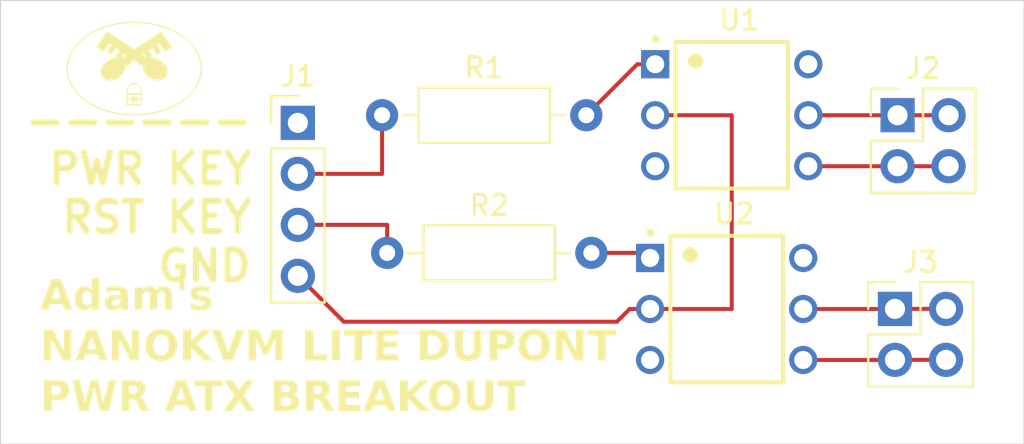
<source format=kicad_pcb>
(kicad_pcb (version 20240108) (generator "pcbnew") (generator_version "8.0")
  (layers (0 "F.Cu" signal) (31 "B.Cu" signal) (34 "B.Paste" user) (35 "F.Paste" user) (36 "B.SilkS" user "B.Silkscreen") (37 "F.SilkS" user "F.Silkscreen") (38 "B.Mask" user) (39 "F.Mask" user) (44 "Edge.Cuts" user))
  (net 0 "")
  (net 1 "Net-(R2-Pad2)")
  (net 2 "Net-(J2-Pin_1)")
  (net 3 "Net-(J2-Pin_3)")
  (net 4 "Net-(J3-Pin_3)")
  (net 5 "Net-(J3-Pin_1)")
  (net 6 "Net-(J1-Pin_4)")
  (net 7 "Net-(R1-Pad2)")
  (net 8 "Net-(J1-Pin_3)")
  (net 10 "Net-(J1-Pin_2)")
  (footprint "CNY17F-3:DIP762W50P254L730H410Q6" (layer "F.Cu") (at 124.46 70.485)
    (property "Reference" "U1" (at 0.37558 -4.7423 0) (layer "F.SilkS") (effects (font (size 1.001543 1.001543))))
    (property "Value" "PWR KEY")
    (fp_line (start -2.8 -3.65) (end 2.8 -3.65) (stroke (width 0.2)) (layer "F.SilkS"))
    (fp_line (start -2.8 3.65) (end -2.8 -3.65) (stroke (width 0.2)) (layer "F.SilkS"))
    (fp_line (start -2 -2.6) (end -1.8 -2.9) (stroke (width 0.2)) (layer "F.SilkS"))
    (fp_line (start -2 -2.6) (end -1.8 -2.7) (stroke (width 0.2)) (layer "F.SilkS"))
    (fp_line (start -1.8 -2.9) (end -1.6 -2.7) (stroke (width 0.2)) (layer "F.SilkS"))
    (fp_line (start -1.7 -2.5) (end -2 -2.6) (stroke (width 0.2)) (layer "F.SilkS"))
    (fp_line (start -1.6 -2.7) (end -1.7 -2.5) (stroke (width 0.2)) (layer "F.SilkS"))
    (fp_line (start 2.8 -3.65) (end 2.8 3.65) (stroke (width 0.2)) (layer "F.SilkS"))
    (fp_line (start 2.8 3.65) (end -2.8 3.65) (stroke (width 0.2)) (layer "F.SilkS"))
    (fp_circle (center -3.8 -3.8) (end -3.7 -3.8) (stroke (width 0.2)) (fill none) (layer "F.SilkS"))
    (fp_circle (center -1.8 -2.7) (end -1.517159 -2.7) (stroke (width 0.2)) (fill none) (layer "F.SilkS"))
    (pad "1" thru_hole rect (at -3.81 -2.54) (size 1.4 1.4) (drill 0.9) (layers "*.Cu" "*.Mask") (net 7 "Net-(R1-Pad2)"))
    (pad "2" thru_hole circle (at -3.81 0) (size 1.4 1.4) (drill 0.9) (layers "*.Cu" "*.Mask") (net 6 "Net-(J1-Pin_4)"))
    (pad "3" thru_hole circle (at -3.81 2.54) (size 1.4 1.4) (drill 0.9) (layers "*.Cu" "*.Mask"))
    (pad "4" thru_hole circle (at 3.81 2.54) (size 1.4 1.4) (drill 0.9) (layers "*.Cu" "*.Mask") (net 3 "Net-(J2-Pin_3)"))
    (pad "5" thru_hole circle (at 3.81 0) (size 1.4 1.4) (drill 0.9) (layers "*.Cu" "*.Mask") (net 2 "Net-(J2-Pin_1)"))
    (pad "6" thru_hole circle (at 3.81 -2.54) (size 1.4 1.4) (drill 0.9) (layers "*.Cu" "*.Mask"))
  )
  (footprint "Connector_PinHeader_2.54mm:PinHeader_2x02_P2.54mm_Vertical" (layer "F.Cu") (at 132.71 70.485)
    (property "Reference" "J2" (at 1.27 -2.33 0) (layer "F.SilkS"))
    (property "Value" "Conn_02x02_Odd_Even" (hide yes))
    (fp_line (start -1.33 -1.33) (end 0 -1.33) (stroke (width 0.12)) (layer "F.SilkS"))
    (fp_line (start -1.33 0) (end -1.33 -1.33) (stroke (width 0.12)) (layer "F.SilkS"))
    (fp_line (start -1.33 1.27) (end -1.33 3.87) (stroke (width 0.12)) (layer "F.SilkS"))
    (fp_line (start -1.33 1.27) (end 1.27 1.27) (stroke (width 0.12)) (layer "F.SilkS"))
    (fp_line (start -1.33 3.87) (end 3.87 3.87) (stroke (width 0.12)) (layer "F.SilkS"))
    (fp_line (start 1.27 -1.33) (end 3.87 -1.33) (stroke (width 0.12)) (layer "F.SilkS"))
    (fp_line (start 1.27 1.27) (end 1.27 -1.33) (stroke (width 0.12)) (layer "F.SilkS"))
    (fp_line (start 3.87 -1.33) (end 3.87 3.87) (stroke (width 0.12)) (layer "F.SilkS"))
    (pad "1" thru_hole rect (at 0 0) (size 1.7 1.7) (drill 1) (layers "*.Cu" "*.Mask") (net 2 "Net-(J2-Pin_1)"))
    (pad "2" thru_hole oval (at 2.54 0) (size 1.7 1.7) (drill 1) (layers "*.Cu" "*.Mask") (net 2 "Net-(J2-Pin_1)"))
    (pad "3" thru_hole oval (at 0 2.54) (size 1.7 1.7) (drill 1) (layers "*.Cu" "*.Mask") (net 3 "Net-(J2-Pin_3)"))
    (pad "4" thru_hole oval (at 2.54 2.54) (size 1.7 1.7) (drill 1) (layers "*.Cu" "*.Mask") (net 3 "Net-(J2-Pin_3)"))
  )
  (footprint "Connector_PinHeader_2.54mm:PinHeader_1x04_P2.54mm_Vertical" (layer "F.Cu") (at 102.87 70.866)
    (property "Reference" "J1" (at 0 -2.33 0) (layer "F.SilkS"))
    (property "Value" "Conn_01x04" (hide yes))
    (fp_line (start -1.33 -1.33) (end 0 -1.33) (stroke (width 0.12)) (layer "F.SilkS"))
    (fp_line (start -1.33 0) (end -1.33 -1.33) (stroke (width 0.12)) (layer "F.SilkS"))
    (fp_line (start -1.33 1.27) (end -1.33 8.95) (stroke (width 0.12)) (layer "F.SilkS"))
    (fp_line (start -1.33 1.27) (end 1.33 1.27) (stroke (width 0.12)) (layer "F.SilkS"))
    (fp_line (start -1.33 8.95) (end 1.33 8.95) (stroke (width 0.12)) (layer "F.SilkS"))
    (fp_line (start 1.33 1.27) (end 1.33 8.95) (stroke (width 0.12)) (layer "F.SilkS"))
    (pad "1" thru_hole rect (at 0 0) (size 1.7 1.7) (drill 1) (layers "*.Cu" "*.Mask"))
    (pad "2" thru_hole oval (at 0 2.54) (size 1.7 1.7) (drill 1) (layers "*.Cu" "*.Mask") (net 10 "Net-(J1-Pin_2)"))
    (pad "3" thru_hole oval (at 0 5.08) (size 1.7 1.7) (drill 1) (layers "*.Cu" "*.Mask") (net 8 "Net-(J1-Pin_3)"))
    (pad "4" thru_hole oval (at 0 7.62) (size 1.7 1.7) (drill 1) (layers "*.Cu" "*.Mask") (net 6 "Net-(J1-Pin_4)"))
  )
  (footprint "Resistor_THT:R_Axial_DIN0207_L6.3mm_D2.5mm_P10.16mm_Horizontal" (layer "F.Cu") (at 107.315 77.343)
    (property "Reference" "R2" (at 5.08 -2.37 0) (layer "F.SilkS"))
    (property "Value" "100")
    (fp_line (start 1.04 0) (end 1.81 0) (stroke (width 0.12)) (layer "F.SilkS"))
    (fp_line (start 1.81 -1.37) (end 1.81 1.37) (stroke (width 0.12)) (layer "F.SilkS"))
    (fp_line (start 1.81 1.37) (end 8.35 1.37) (stroke (width 0.12)) (layer "F.SilkS"))
    (fp_line (start 8.35 -1.37) (end 1.81 -1.37) (stroke (width 0.12)) (layer "F.SilkS"))
    (fp_line (start 8.35 1.37) (end 8.35 -1.37) (stroke (width 0.12)) (layer "F.SilkS"))
    (fp_line (start 9.12 0) (end 8.35 0) (stroke (width 0.12)) (layer "F.SilkS"))
    (pad "1" thru_hole circle (at 0 0) (size 1.6 1.6) (drill 0.8) (layers "*.Cu" "*.Mask") (net 8 "Net-(J1-Pin_3)"))
    (pad "2" thru_hole oval (at 10.16 0) (size 1.6 1.6) (drill 0.8) (layers "*.Cu" "*.Mask") (net 1 "Net-(R2-Pad2)"))
  )
  (footprint "Connector_PinHeader_2.54mm:PinHeader_2x02_P2.54mm_Vertical" (layer "F.Cu") (at 132.583 80.132)
    (property "Reference" "J3" (at 1.27 -2.33 0) (layer "F.SilkS"))
    (property "Value" "Conn_02x02_Odd_Even" (hide yes))
    (fp_line (start -1.33 -1.33) (end 0 -1.33) (stroke (width 0.12)) (layer "F.SilkS"))
    (fp_line (start -1.33 0) (end -1.33 -1.33) (stroke (width 0.12)) (layer "F.SilkS"))
    (fp_line (start -1.33 1.27) (end -1.33 3.87) (stroke (width 0.12)) (layer "F.SilkS"))
    (fp_line (start -1.33 1.27) (end 1.27 1.27) (stroke (width 0.12)) (layer "F.SilkS"))
    (fp_line (start -1.33 3.87) (end 3.87 3.87) (stroke (width 0.12)) (layer "F.SilkS"))
    (fp_line (start 1.27 -1.33) (end 3.87 -1.33) (stroke (width 0.12)) (layer "F.SilkS"))
    (fp_line (start 1.27 1.27) (end 1.27 -1.33) (stroke (width 0.12)) (layer "F.SilkS"))
    (fp_line (start 3.87 -1.33) (end 3.87 3.87) (stroke (width 0.12)) (layer "F.SilkS"))
    (pad "1" thru_hole rect (at 0 0) (size 1.7 1.7) (drill 1) (layers "*.Cu" "*.Mask") (net 5 "Net-(J3-Pin_1)"))
    (pad "2" thru_hole oval (at 2.54 0) (size 1.7 1.7) (drill 1) (layers "*.Cu" "*.Mask") (net 5 "Net-(J3-Pin_1)"))
    (pad "3" thru_hole oval (at 0 2.54) (size 1.7 1.7) (drill 1) (layers "*.Cu" "*.Mask") (net 4 "Net-(J3-Pin_3)"))
    (pad "4" thru_hole oval (at 2.54 2.54) (size 1.7 1.7) (drill 1) (layers "*.Cu" "*.Mask") (net 4 "Net-(J3-Pin_3)"))
  )
  (footprint "Resistor_THT:R_Axial_DIN0207_L6.3mm_D2.5mm_P10.16mm_Horizontal" (layer "F.Cu") (at 107.061 70.485)
    (property "Reference" "R1" (at 5.08 -2.37 360) (layer "F.SilkS"))
    (property "Value" "100")
    (fp_line (start 1.04 0) (end 1.81 0) (stroke (width 0.12)) (layer "F.SilkS"))
    (fp_line (start 1.81 -1.37) (end 1.81 1.37) (stroke (width 0.12)) (layer "F.SilkS"))
    (fp_line (start 1.81 1.37) (end 8.35 1.37) (stroke (width 0.12)) (layer "F.SilkS"))
    (fp_line (start 8.35 -1.37) (end 1.81 -1.37) (stroke (width 0.12)) (layer "F.SilkS"))
    (fp_line (start 8.35 1.37) (end 8.35 -1.37) (stroke (width 0.12)) (layer "F.SilkS"))
    (fp_line (start 9.12 0) (end 8.35 0) (stroke (width 0.12)) (layer "F.SilkS"))
    (pad "1" thru_hole circle (at 0 0) (size 1.6 1.6) (drill 0.8) (layers "*.Cu" "*.Mask") (net 10 "Net-(J1-Pin_2)"))
    (pad "2" thru_hole oval (at 10.16 0) (size 1.6 1.6) (drill 0.8) (layers "*.Cu" "*.Mask") (net 7 "Net-(R1-Pad2)"))
  )
  (footprint "CNY17F-3:DIP762W50P254L730H410Q6" (layer "F.Cu") (at 124.206 80.137)
    (property "Reference" "U2" (at 0.37558 -4.7423 0) (layer "F.SilkS") (effects (font (size 1.001543 1.001543))))
    (property "Value" "RST KEY")
    (fp_line (start -2.8 -3.65) (end 2.8 -3.65) (stroke (width 0.2)) (layer "F.SilkS"))
    (fp_line (start -2.8 3.65) (end -2.8 -3.65) (stroke (width 0.2)) (layer "F.SilkS"))
    (fp_line (start -2 -2.6) (end -1.8 -2.9) (stroke (width 0.2)) (layer "F.SilkS"))
    (fp_line (start -2 -2.6) (end -1.8 -2.7) (stroke (width 0.2)) (layer "F.SilkS"))
    (fp_line (start -1.8 -2.9) (end -1.6 -2.7) (stroke (width 0.2)) (layer "F.SilkS"))
    (fp_line (start -1.7 -2.5) (end -2 -2.6) (stroke (width 0.2)) (layer "F.SilkS"))
    (fp_line (start -1.6 -2.7) (end -1.7 -2.5) (stroke (width 0.2)) (layer "F.SilkS"))
    (fp_line (start 2.8 -3.65) (end 2.8 3.65) (stroke (width 0.2)) (layer "F.SilkS"))
    (fp_line (start 2.8 3.65) (end -2.8 3.65) (stroke (width 0.2)) (layer "F.SilkS"))
    (fp_circle (center -3.8 -3.8) (end -3.7 -3.8) (stroke (width 0.2)) (fill none) (layer "F.SilkS"))
    (fp_circle (center -1.8 -2.7) (end -1.517159 -2.7) (stroke (width 0.2)) (fill none) (layer "F.SilkS"))
    (pad "1" thru_hole rect (at -3.81 -2.54) (size 1.4 1.4) (drill 0.9) (layers "*.Cu" "*.Mask") (net 1 "Net-(R2-Pad2)"))
    (pad "2" thru_hole circle (at -3.81 0) (size 1.4 1.4) (drill 0.9) (layers "*.Cu" "*.Mask") (net 6 "Net-(J1-Pin_4)"))
    (pad "3" thru_hole circle (at -3.81 2.54) (size 1.4 1.4) (drill 0.9) (layers "*.Cu" "*.Mask"))
    (pad "4" thru_hole circle (at 3.81 2.54) (size 1.4 1.4) (drill 0.9) (layers "*.Cu" "*.Mask") (net 4 "Net-(J3-Pin_3)"))
    (pad "5" thru_hole circle (at 3.81 0) (size 1.4 1.4) (drill 0.9) (layers "*.Cu" "*.Mask") (net 5 "Net-(J3-Pin_1)"))
    (pad "6" thru_hole circle (at 3.81 -2.54) (size 1.4 1.4) (drill 0.9) (layers "*.Cu" "*.Mask"))
  )
  (gr_poly (pts (xy 94.891271 65.832108) (xy 95.051188 65.839578) (xy 95.209162 65.851982) (xy 95.365058 65.869285) (xy 95.518738 65.89145) (xy 95.670068 65.918441) (xy 95.81891 65.95022) (xy 95.965128 65.986751) (xy 96.108587 66.027998) (xy 96.249149 66.073924) (xy 96.386679 66.124493) (xy 96.521041 66.179668) (xy 96.652098 66.239412) (xy 96.779714 66.303688) (xy 96.903753 66.372461) (xy 97.024078 66.445694) (xy 97.1117 66.503736) (xy 97.196272 66.564231) (xy 97.277686 66.627048) (xy 97.355831 66.692058) (xy 97.430599 66.759133) (xy 97.50188 66.828143) (xy 97.569563 66.898958) (xy 97.633541 66.971451) (xy 97.693703 67.04549) (xy 97.74994 67.120948) (xy 97.802143 67.197695) (xy 97.850202 67.275602) (xy 97.894007 67.354539) (xy 97.93345 67.434377) (xy 97.96842 67.514988) (xy 97.998809 67.596241) (xy 98.018082 67.655766) (xy 98.035163 67.715928) (xy 98.050051 67.776649) (xy 98.06274 67.837849) (xy 98.073228 67.899447) (xy 98.08151 67.961364) (xy 98.087584 68.023521) (xy 98.091446 68.085836) (xy 98.093091 68.14823) (xy 98.092518 68.210624) (xy 98.089722 68.272937) (xy 98.084699 68.335089) (xy 98.077446 68.397001) (xy 98.06796 68.458593) (xy 98.056237 68.519784) (xy 98.042273 68.580496) (xy 98.013865 68.680867) (xy 97.979107 68.779954) (xy 97.938103 68.87763) (xy 97.890959 68.973772) (xy 97.837778 69.068253) (xy 97.778666 69.16095) (xy 97.713728 69.251737) (xy 97.643067 69.340489) (xy 97.566789 69.427082) (xy 97.484998 69.51139) (xy 97.3978 69.593288) (xy 97.305298 69.672652) (xy 97.207597 69.749357) (xy 97.104802 69.823278) (xy 96.997019 69.894289) (xy 96.88435 69.962267) (xy 96.847576 69.982805) (xy 96.803391 70.00637) (xy 96.754084 70.031826) (xy 96.701943 70.058036) (xy 96.649259 70.083863) (xy 96.59832 70.108172) (xy 96.551415 70.129826) (xy 96.510834 70.147688) (xy 96.423675 70.183551) (xy 96.335433 70.217478) (xy 96.246127 70.249464) (xy 96.155774 70.279504) (xy 96.064393 70.307596) (xy 95.972003 70.333735) (xy 95.878621 70.357917) (xy 95.784266 70.380138) (xy 95.688955 70.400394) (xy 95.592708 70.41868) (xy 95.495542 70.434993) (xy 95.397476 70.449329) (xy 95.298527 70.461683) (xy 95.198714 70.472051) (xy 95.098056 70.48043) (xy 94.99657 70.486815) (xy 94.939702 70.489147) (xy 94.872573 70.490785) (xy 94.721073 70.491999) (xy 94.569153 70.490487) (xy 94.5015 70.488719) (xy 94.443898 70.486282) (xy 94.44389 70.486234) (xy 94.291052 70.47547) (xy 94.139424 70.459819) (xy 93.989257 70.439365) (xy 93.840801 70.414189) (xy 93.694304 70.384374) (xy 93.550017 70.350001) (xy 93.40819 70.311154) (xy 93.269072 70.267915) (xy 93.132912 70.220365) (xy 92.999961 70.168588) (xy 92.870468 70.112666) (xy 92.744683 70.05268) (xy 92.622855 69.988714) (xy 92.505235 69.920849) (xy 92.392071 69.849168) (xy 92.283614 69.773753) (xy 92.210041 69.718295) (xy 92.139071 69.661063) (xy 92.070778 69.602152) (xy 92.005235 69.541656) (xy 91.942516 69.479669) (xy 91.882697 69.416286) (xy 91.825851 69.3516) (xy 91.772053 69.285708) (xy 91.721377 69.218702) (xy 91.673896 69.150678) (xy 91.629686 69.081729) (xy 91.58882 69.011951) (xy 91.551373 68.941437) (xy 91.517419 68.870281) (xy 91.487032 68.798579) (xy 91.460287 68.726425) (xy 91.441013 68.6669) (xy 91.42393 68.606737) (xy 91.409042 68.546015) (xy 91.396352 68.484815) (xy 91.385864 68.423217) (xy 91.377581 68.361299) (xy 91.371507 68.299143) (xy 91.367646 68.236827) (xy 91.366 68.174433) (xy 91.366062 68.167706) (xy 91.417517 68.167706) (xy 91.418982 68.223041) (xy 91.422999 68.277099) (xy 91.432814 68.357402) (xy 91.446193 68.436741) (xy 91.463133 68.515113) (xy 91.483631 68.592513) (xy 91.507686 68.668936) (xy 91.535296 68.744379) (xy 91.566458 68.818836) (xy 91.60117 68.892304) (xy 91.63943 68.964778) (xy 91.681236 69.036253) (xy 91.726585 69.106726) (xy 91.775476 69.176191) (xy 91.827906 69.244646) (xy 91.883873 69.312084) (xy 91.943375 69.378502) (xy 92.00641 69.443896) (xy 92.064944 69.500755) (xy 92.125429 69.55607) (xy 92.18787 69.609845) (xy 92.252274 69.662084) (xy 92.318646 69.71279) (xy 92.386991 69.761966) (xy 92.457317 69.809618) (xy 92.529629 69.855747) (xy 92.603932 69.900358) (xy 92.680232 69.943454) (xy 92.758535 69.98504) (xy 92.838848 70.025117) (xy 92.921175 70.063691) (xy 93.005523 70.100765) (xy 93.091898 70.136342) (xy 93.180305 70.170426) (xy 93.282028 70.206676) (xy 93.386117 70.240497) (xy 93.492313 70.27185) (xy 93.600358 70.300697) (xy 93.709993 70.326999) (xy 93.820958 70.350715) (xy 93.932995 70.371808) (xy 94.045846 70.390238) (xy 94.159252 70.405965) (xy 94.272954 70.418952) (xy 94.386692 70.429159) (xy 94.500209 70.436547) (xy 94.613246 70.441076) (xy 94.725544 70.442708) (xy 94.836844 70.441404) (xy 94.946887 70.437125) (xy 94.946887 70.437133) (xy 95.089459 70.427568) (xy 95.2304 70.41405) (xy 95.369607 70.396613) (xy 95.506977 70.375285) (xy 95.642405 70.350099) (xy 95.775789 70.321085) (xy 95.907025 70.288275) (xy 96.03601 70.2517) (xy 96.162639 70.211391) (xy 96.286809 70.167379) (xy 96.408417 70.119695) (xy 96.527358 70.06837) (xy 96.643531 70.013436) (xy 96.75683 69.954923) (xy 96.867153 69.892863) (xy 96.974396 69.827286) (xy 97.031773 69.789744) (xy 97.088177 69.750865) (xy 97.14353 69.710723) (xy 97.197752 69.669395) (xy 97.250764 69.626954) (xy 97.302487 69.583478) (xy 97.352842 69.539041) (xy 97.401748 69.493718) (xy 97.449127 69.447584) (xy 97.4949 69.400716) (xy 97.538987 69.353188) (xy 97.581308 69.305076) (xy 97.621786 69.256455) (xy 97.66034 69.2074) (xy 97.69689 69.157986) (xy 97.731359 69.10829) (xy 97.763416 69.05904) (xy 97.793694 69.009555) (xy 97.8222 68.959808) (xy 97.848945 68.909773) (xy 97.873939 68.859421) (xy 97.897191 68.808728) (xy 97.918712 68.757666) (xy 97.938511 68.706208) (xy 97.956597 68.654328) (xy 97.972982 68.601999) (xy 97.987674 68.549195) (xy 98.000683 68.495888) (xy 98.012019 68.442052) (xy 98.021692 68.38766) (xy 98.029712 68.332686) (xy 98.036088 68.277103) (xy 98.038499 68.24922) (xy 98.040224 68.22099) (xy 98.041264 68.192416) (xy 98.041619 68.163505) (xy 98.041289 68.13426) (xy 98.040274 68.104686) (xy 98.038577 68.074787) (xy 98.036195 68.044569) (xy 98.033131 68.014035) (xy 98.029384 67.98319) (xy 98.024955 67.952038) (xy 98.019844 67.920585) (xy 98.007579 67.856791) (xy 97.992591 67.791845) (xy 97.964183 67.691473) (xy 97.929425 67.592387) (xy 97.888421 67.49471) (xy 97.841276 67.398569) (xy 97.788096 67.304087) (xy 97.728984 67.21139) (xy 97.664045 67.120603) (xy 97.593385 67.031851) (xy 97.517107 66.945258) (xy 97.435316 66.86095) (xy 97.348117 66.779051) (xy 97.255615 66.699687) (xy 97.157915 66.622981) (xy 97.05512 66.54906) (xy 96.947336 66.478048) (xy 96.834668 66.41007) (xy 96.797894 66.389531) (xy 96.753709 66.365966) (xy 96.704402 66.340509) (xy 96.652261 66.314299) (xy 96.599577 66.288471) (xy 96.548638 66.264162) (xy 96.501733 66.242509) (xy 96.461152 66.224648) (xy 96.373993 66.188785) (xy 96.285751 66.154859) (xy 96.196444 66.122873) (xy 96.106092 66.092832) (xy 96.014711 66.06474) (xy 95.922321 66.038601) (xy 95.828939 66.014419) (xy 95.734584 65.992198) (xy 95.639273 65.971942) (xy 95.543026 65.953656) (xy 95.44586 65.937343) (xy 95.347794 65.923007) (xy 95.248845 65.910653) (xy 95.149032 65.900285) (xy 95.048374 65.891906) (xy 94.946887 65.885522) (xy 94.864491 65.881971) (xy 94.78239 65.880077) (xy 94.700119 65.879853) (xy 94.617217 65.881312) (xy 94.533219 65.884466) (xy 94.447662 65.889328) (xy 94.360082 65.89591) (xy 94.270015 65.904226) (xy 94.145635 65.91838) (xy 94.022528 65.935717) (xy 93.900786 65.956206) (xy 93.780503 65.979816) (xy 93.66177 66.006516) (xy 93.544682 66.036275) (xy 93.429331 66.069063) (xy 93.315811 66.104848) (xy 93.204213 66.143601) (xy 93.094632 66.18529) (xy 92.98716 66.229884) (xy 92.88189 66.277353) (xy 92.778915 66.327666) (xy 92.678329 66.380792) (xy 92.580223 66.4367) (xy 92.484691 66.49536) (xy 92.417548 66.539462) (xy 92.351971 66.585193) (xy 92.28804 66.632473) (xy 92.225835 66.68122) (xy 92.165436 66.731353) (xy 92.106924 66.782789) (xy 92.050378 66.835448) (xy 91.995878 66.889249) (xy 91.943504 66.944109) (xy 91.893338 66.999948) (xy 91.845457 67.056684) (xy 91.799944 67.114236) (xy 91.756877 67.172522) (xy 91.716337 67.231461) (xy 91.678403 67.290972) (xy 91.643157 67.350972) (xy 91.612986 67.406929) (xy 91.584822 67.463909) (xy 91.558702 67.521748) (xy 91.534667 67.580283) (xy 91.512754 67.639348) (xy 91.493003 67.69878) (xy 91.475454 67.758414) (xy 91.460145 67.818085) (xy 91.447114 67.87763) (xy 91.436402 67.936885) (xy 91.428048 67.995684) (xy 91.422089 68.053863) (xy 91.418566 68.111258) (xy 91.417517 68.167706) (xy 91.366062 68.167706) (xy 91.366573 68.112039) (xy 91.36937 68.049726) (xy 91.374392 67.987574) (xy 91.381644 67.925662) (xy 91.39113 67.86407) (xy 91.402852 67.802878) (xy 91.416814 67.742167) (xy 91.445224 67.641795) (xy 91.479983 67.542709) (xy 91.520987 67.445032) (xy 91.568132 67.348891) (xy 91.621313 67.254409) (xy 91.680425 67.161713) (xy 91.745363 67.070926) (xy 91.816024 66.982174) (xy 91.892301 66.895581) (xy 91.974091 66.811273) (xy 92.061289 66.729374) (xy 92.153791 66.65001) (xy 92.251491 66.573305) (xy 92.354285 66.499385) (xy 92.462069 66.428373) (xy 92.574738 66.360396) (xy 92.611511 66.339857) (xy 92.655696 66.316292) (xy 92.705004 66.290835) (xy 92.757144 66.264625) (xy 92.809829 66.238797) (xy 92.860768 66.214488) (xy 92.907672 66.192835) (xy 92.948253 66.174974) (xy 93.05012 66.133277) (xy 93.153328 66.094246) (xy 93.25786 66.057885) (xy 93.363701 66.024196) (xy 93.470831 65.993183) (xy 93.579235 65.96485) (xy 93.688896 65.939199) (xy 93.799795 65.916234) (xy 93.911916 65.895959) (xy 94.025243 65.878376) (xy 94.139757 65.863489) (xy 94.255442 65.851301) (xy 94.372281 65.841816) (xy 94.490256 65.835037) (xy 94.609351 65.830967) (xy 94.729548 65.82961)) (stroke (width -0.000001)) (fill solid) (layer "F.SilkS"))
  (gr_poly (pts (xy 94.748523 68.885072) (xy 94.76659 68.886002) (xy 94.783821 68.887595) (xy 94.8003 68.889884) (xy 94.816108 68.892902) (xy 94.831327 68.896685) (xy 94.84604 68.901265) (xy 94.860328 68.906677) (xy 94.874275 68.912956) (xy 94.887961 68.920134) (xy 94.901469 68.928245) (xy 94.914881 68.937325) (xy 94.928279 68.947406) (xy 94.941746 68.958523) (xy 94.955363 68.97071) (xy 94.969213 68.984) (xy 94.979311 68.994284) (xy 94.988961 69.004699) (xy 94.998177 69.015273) (xy 95.006977 69.026033) (xy 95.015378 69.037007) (xy 95.023395 69.048223) (xy 95.031045 69.059708) (xy 95.038345 69.07149) (xy 95.04531 69.083596) (xy 95.051959 69.096054) (xy 95.058306 69.108891) (xy 95.064368 69.122136) (xy 95.070162 69.135815) (xy 95.075704 69.149956) (xy 95.081011 69.164588) (xy 95.086099 69.179737) (xy 95.091254 69.196098) (xy 95.095819 69.211759) (xy 95.09983 69.227263) (xy 95.103321 69.243153) (xy 95.106329 69.259971) (xy 95.108888 69.27826) (xy 95.111035 69.298563) (xy 95.112805 69.321422) (xy 95.114234 69.34738) (xy 95.115357 69.37698) (xy 95.116209 69.410764) (xy 95.116827 69.449276) (xy 95.117501 69.54265) (xy 95.117662 69.661446) (xy 95.117662 69.990116) (xy 94.341434 69.990116) (xy 94.341434 69.940442) (xy 94.397317 69.940442) (xy 94.633292 69.940442) (xy 94.664339 69.940442) (xy 94.78854 69.940442) (xy 94.78854 69.791404) (xy 94.664339 69.791404) (xy 94.664339 69.940442) (xy 94.633292 69.940442) (xy 94.633292 69.791404) (xy 94.617765 69.791404) (xy 94.617242 69.791396) (xy 94.819594 69.791396) (xy 94.819594 69.940433) (xy 95.067988 69.940433) (xy 95.06798 69.853512) (xy 95.06798 69.766575) (xy 94.962415 69.766575) (xy 94.928759 69.766621) (xy 94.903132 69.766844) (xy 94.884442 69.76737) (xy 94.877358 69.767786) (xy 94.871598 69.768326) (xy 94.867027 69.769005) (xy 94.863509 69.769839) (xy 94.860905 69.770844) (xy 94.859081 69.772035) (xy 94.8579 69.773429) (xy 94.857226 69.775042) (xy 94.856921 69.776888) (xy 94.856849 69.778985) (xy 94.856837 69.77987) (xy 94.8568 69.780716) (xy 94.856735 69.781523) (xy 94.856644 69.782291) (xy 94.856523 69.783022) (xy 94.856373 69.783717) (xy 94.856192 69.784375) (xy 94.855978 69.784998) (xy 94.855731 69.785587) (xy 94.85545 69.786143) (xy 94.855133 69.786665) (xy 94.854779 69.787156) (xy 94.854388 69.787615) (xy 94.853957 69.788043) (xy 94.853486 69.788442) (xy 94.852974 69.788812) (xy 94.852419 69.789153) (xy 94.851821 69.789467) (xy 94.851177 69.789754) (xy 94.850488 69.790015) (xy 94.849752 69.790251) (xy 94.848968 69.790462) (xy 94.848134 69.79065) (xy 94.84725 69.790815) (xy 94.846314 69.790957) (xy 94.845326 69.791078) (xy 94.843186 69.791258) (xy 94.840821 69.791362) (xy 94.838222 69.791396) (xy 94.819594 69.791396) (xy 94.617242 69.791396) (xy 94.615429 69.791367) (xy 94.613331 69.791249) (xy 94.612368 69.791155) (xy 94.61146 69.791034) (xy 94.610606 69.790885) (xy 94.609804 69.790707) (xy 94.609052 69.790498) (xy 94.60835 69.790255) (xy 94.607695 69.789977) (xy 94.607086 69.789661) (xy 94.606522 69.789307) (xy 94.606001 69.788913) (xy 94.605521 69.788476) (xy 94.605081 69.787994) (xy 94.60468 69.787467) (xy 94.604315 69.786891) (xy 94.603986 69.786266) (xy 94.603691 69.785589) (xy 94.603428 69.784859) (xy 94.603196 69.784073) (xy 94.602994 69.783231) (xy 94.602819 69.782329) (xy 94.60267 69.781367) (xy 94.602546 69.780342) (xy 94.602367 69.778097) (xy 94.602268 69.77558) (xy 94.602238 69.772776) (xy 94.602238 69.754148) (xy 94.397317 69.754148) (xy 94.397317 69.940442) (xy 94.341434 69.940442) (xy 94.341434 69.729315) (xy 94.856849 69.729315) (xy 95.06798 69.729315) (xy 95.06798 69.661009) (xy 94.856849 69.661009) (xy 94.856849 69.729315) (xy 94.341434 69.729315) (xy 94.341434 69.716889) (xy 94.397317 69.716889) (xy 94.602238 69.716889) (xy 94.602238 69.661001) (xy 94.397317 69.661001) (xy 94.397317 69.716889) (xy 94.341434 69.716889) (xy 94.341434 69.661446) (xy 94.341581 69.623742) (xy 94.397317 69.623742) (xy 94.602238 69.623742) (xy 94.602238 69.595796) (xy 94.602323 69.587227) (xy 94.602454 69.583687) (xy 94.602667 69.580603) (xy 94.602979 69.577942) (xy 94.603406 69.575676) (xy 94.603668 69.57468) (xy 94.603966 69.573772) (xy 94.604301 69.572946) (xy 94.604675 69.572199) (xy 94.605092 69.571528) (xy 94.605551 69.570928) (xy 94.606057 69.570395) (xy 94.606611 69.569926) (xy 94.607214 69.569517) (xy 94.60787 69.569163) (xy 94.608581 69.568862) (xy 94.609347 69.568608) (xy 94.611058 69.56823) (xy 94.61302 69.567999) (xy 94.61525 69.567883) (xy 94.617464 69.567855) (xy 94.664339 69.567855) (xy 94.800958 69.567855) (xy 94.800958 69.515068) (xy 94.832004 69.515068) (xy 94.832072 69.531302) (xy 94.832347 69.543837) (xy 94.832596 69.548865) (xy 94.832938 69.553146) (xy 94.833385 69.556738) (xy 94.833952 69.559701) (xy 94.834652 69.562094) (xy 94.835499 69.563976) (xy 94.836506 69.565406) (xy 94.837686 69.566444) (xy 94.839054 69.567148) (xy 94.840622 69.567578) (xy 94.842404 69.567792) (xy 94.844415 69.567851) (xy 94.845382 69.567863) (xy 94.846299 69.567903) (xy 94.847167 69.567972) (xy 94.847987 69.568075) (xy 94.848761 69.568212) (xy 94.849491 69.568389) (xy 94.850176 69.568606) (xy 94.85082 69.568868) (xy 94.851422 69.569176) (xy 94.851984 69.569535) (xy 94.852507 69.569946) (xy 94.852993 69.570412) (xy 94.853443 69.570937) (xy 94.853859 69.571524) (xy 94.85424 69.572174) (xy 94.854589 69.572891) (xy 94.854908 69.573678) (xy 94.855196 69.574538) (xy 94.855457 69.575473) (xy 94.85569 69.576487) (xy 94.855896 69.577581) (xy 94.856079 69.57876) (xy 94.856238 69.580026) (xy 94.856375 69.581381) (xy 94.856491 69.582829) (xy 94.856587 69.584372) (xy 94.856726 69.587757) (xy 94.856802 69.591557) (xy 94.856825 69.595796) (xy 94.856825 69.623738) (xy 95.067956 69.623738) (xy 95.06798 69.543014) (xy 95.06798 69.462285) (xy 94.832004 69.462285) (xy 94.832004 69.515068) (xy 94.800958 69.515068) (xy 94.800958 69.46229) (xy 94.664339 69.46229) (xy 94.664339 69.567855) (xy 94.617464 69.567855) (xy 94.617765 69.567851) (xy 94.620469 69.567832) (xy 94.621695 69.567795) (xy 94.622839 69.567726) (xy 94.623906 69.567617) (xy 94.624898 69.567457) (xy 94.625817 69.567239) (xy 94.626667 69.566952) (xy 94.627449 69.566586) (xy 94.628168 69.566133) (xy 94.628825 69.565584) (xy 94.629423 69.564928) (xy 94.629966 69.564156) (xy 94.630455 69.56326) (xy 94.630894 69.562229) (xy 94.631285 69.561055) (xy 94.631631 69.559727) (xy 94.631935 69.558237) (xy 94.632199 69.556575) (xy 94.632427 69.554732) (xy 94.63262 69.552698) (xy 94.632783 69.550465) (xy 94.632916 69.548022) (xy 94.633025 69.54536) (xy 94.633175 69.539343) (xy 94.633255 69.532339) (xy 94.633292 69.515068) (xy 94.633292 69.462285) (xy 94.397317 69.462285) (xy 94.397317 69.623742) (xy 94.341581 69.623742) (xy 94.342262 69.449276) (xy 94.343435 69.391319) (xy 94.391108 69.391319) (xy 94.391258 69.39201) (xy 94.391733 69.392666) (xy 94.392566 69.393286) (xy 94.393793 69.393872) (xy 94.395449 69.394425) (xy 94.397569 69.394946) (xy 94.400187 69.395436) (xy 94.403338 69.395896) (xy 94.411379 69.396727) (xy 94.421971 69.397448) (xy 94.435393 69.398065) (xy 94.451924 69.398587) (xy 94.471842 69.39902) (xy 94.495427 69.399372) (xy 94.522957 69.399649) (xy 94.55471 69.39986) (xy 94.632004 69.40011) (xy 94.72954 69.400181) (xy 94.90437 69.399856) (xy 95.007159 69.398577) (xy 95.037114 69.397435) (xy 95.055748 69.395884) (xy 95.065294 69.393864) (xy 95.067355 69.392661) (xy 95.06798 69.391319) (xy 95.067794 69.384875) (xy 95.067253 69.377338) (xy 95.065205 69.359511) (xy 95.062038 69.33887) (xy 95.057951 69.316443) (xy 95.053145 69.293257) (xy 95.047821 69.27034) (xy 95.042178 69.248718) (xy 95.036417 69.229418) (xy 95.031328 69.21427) (xy 95.02602 69.199638) (xy 95.020477 69.185497) (xy 95.014682 69.171818) (xy 95.00862 69.158573) (xy 95.002273 69.145736) (xy 94.995625 69.133278) (xy 94.98866 69.121172) (xy 94.98136 69.10939) (xy 94.973711 69.097905) (xy 94.965694 69.08669) (xy 94.957294 69.075715) (xy 94.948494 69.064955) (xy 94.939278 69.054381) (xy 94.929629 69.043966) (xy 94.919531 69.033682) (xy 94.905448 69.020256) (xy 94.891307 69.007807) (xy 94.877128 68.996341) (xy 94.862932 68.985867) (xy 94.848739 68.976394) (xy 94.834568 68.967931) (xy 94.82044 68.960485) (xy 94.806374 68.954065) (xy 94.792391 68.948679) (xy 94.778511 68.944337) (xy 94.764754 68.941046) (xy 94.751139 68.938815) (xy 94.737687 68.937652) (xy 94.724418 68.937565) (xy 94.711352 68.938564) (xy 94.698509 68.940656) (xy 94.682329 68.944671) (xy 94.666009 68.949996) (xy 94.649627 68.956568) (xy 94.633261 68.964324) (xy 94.61699 68.973202) (xy 94.600891 68.983139) (xy 94.585042 68.994072) (xy 94.569522 69.005939) (xy 94.554409 69.018677) (xy 94.539781 69.032222) (xy 94.525715 69.046513) (xy 94.51229 69.061487) (xy 94.499585 69.077081) (xy 94.487676 69.093231) (xy 94.476643 69.109877) (xy 94.466563 69.126954) (xy 94.459249 69.140852) (xy 94.452054 69.155895) (xy 94.445028 69.171912) (xy 94.438218 69.188733) (xy 94.431674 69.206189) (xy 94.425444 69.224107) (xy 94.419576 69.242319) (xy 94.41412 69.260653) (xy 94.409123 69.278941) (xy 94.404635 69.29701) (xy 94.400704 69.314692) (xy 94.397379 69.331815) (xy 94.394708 69.34821) (xy 94.39274 69.363705) (xy 94.391524 69.378132) (xy 94.391108 69.391319) (xy 94.343435 69.391319) (xy 94.343726 69.37698) (xy 94.346271 69.321422) (xy 94.350184 69.27826) (xy 94.355751 69.243153) (xy 94.363257 69.211759) (xy 94.372988 69.179737) (xy 94.378078 69.164588) (xy 94.383386 69.149956) (xy 94.388929 69.135815) (xy 94.394723 69.122136) (xy 94.400785 69.108891) (xy 94.407132 69.096054) (xy 94.41378 69.083596) (xy 94.420746 69.07149) (xy 94.428045 69.059708) (xy 94.435695 69.048223) (xy 94.443711 69.037007) (xy 94.452111 69.026033) (xy 94.460911 69.015273) (xy 94.470127 69.004699) (xy 94.479776 68.994284) (xy 94.489874 68.984) (xy 94.503723 68.970709) (xy 94.517339 68.958522) (xy 94.530804 68.947404) (xy 94.544202 68.937323) (xy 94.557613 68.928243) (xy 94.571121 68.920132) (xy 94.584806 68.912954) (xy 94.598752 68.906676) (xy 94.61304 68.901264) (xy 94.627753 68.896684) (xy 94.642972 68.892901) (xy 94.65878 68.889883) (xy 94.675258 68.887595) (xy 94.69249 68.886002) (xy 94.710556 68.885072) (xy 94.72954 68.884769)) (stroke (width -0.000001)) (fill solid) (layer "F.SilkS"))
  (gr_poly (pts (xy 96.343815 66.694827) (xy 96.446506 66.849142) (xy 96.5298 66.976251) (xy 96.585157 67.062985) (xy 96.599691 67.087096) (xy 96.604038 67.096175) (xy 96.599469 67.099514) (xy 96.588449 67.107179) (xy 96.549957 67.133513) (xy 96.494353 67.171231) (xy 96.427433 67.216387) (xy 96.256174 67.331686) (xy 96.117617 67.12553) (xy 96.01837 66.978377) (xy 95.974328 66.91408) (xy 95.973807 66.913751) (xy 95.973021 66.913622) (xy 95.97198 66.913687) (xy 95.970694 66.913941) (xy 95.967429 66.914987) (xy 95.963308 66.916711) (xy 95.958413 66.919065) (xy 95.952826 66.921999) (xy 95.94663 66.925463) (xy 95.939905 66.929409) (xy 95.932736 66.933788) (xy 95.925202 66.938549) (xy 95.917387 66.943645) (xy 95.909373 66.949025) (xy 95.901242 66.954641) (xy 95.893076 66.960443) (xy 95.884956 66.966383) (xy 95.876966 66.97241) (xy 95.863159 66.982992) (xy 95.974772 67.148526) (xy 96.053593 67.266022) (xy 96.07757 67.302221) (xy 96.086377 67.316058) (xy 96.083794 67.318433) (xy 96.076493 67.323814) (xy 96.050419 67.341834) (xy 95.971155 67.394588) (xy 95.891497 67.446151) (xy 95.86493 67.462683) (xy 95.85731 67.467096) (xy 95.854358 67.468354) (xy 95.820595 67.418713) (xy 95.74226 67.302824) (xy 95.699332 67.239531) (xy 95.663743 67.1877) (xy 95.6392 67.15268) (xy 95.632227 67.143144) (xy 95.629404 67.139817) (xy 95.621488 67.144512) (xy 95.602032 67.156947) (xy 95.543541 67.195141) (xy 95.484011 67.234609) (xy 95.463255 67.248636) (xy 95.453518 67.255561) (xy 95.45352 67.255872) (xy 95.45377 67.256553) (xy 95.454991 67.258982) (xy 95.460147 67.267857) (xy 95.468607 67.281587) (xy 95.479989 67.299574) (xy 95.493913 67.321223) (xy 95.509998 67.345935) (xy 95.527862 67.373113) (xy 95.547126 67.40216) (xy 95.653781 67.562672) (xy 95.664261 67.578785) (xy 95.620708 67.607747) (xy 95.603799 67.619113) (xy 95.58995 67.628653) (xy 95.580592 67.635367) (xy 95.578044 67.637351) (xy 95.57738 67.637945) (xy 95.577154 67.638253) (xy 95.577217 67.638324) (xy 95.577404 67.63839) (xy 95.578137 67.638502) (xy 95.579329 67.63859) (xy 95.580954 67.638654) (xy 95.585406 67.638714) (xy 95.591297 67.638683) (xy 95.598427 67.638566) (xy 95.606599 67.638365) (xy 95.615615 67.638083) (xy 95.625278 67.637724) (xy 95.651371 67.63731) (xy 95.678126 67.63827) (xy 95.705452 67.640577) (xy 95.73326 67.644201) (xy 95.76146 67.649114) (xy 95.789962 67.655288) (xy 95.818677 67.662693) (xy 95.847515 67.671301) (xy 95.876385 67.681084) (xy 95.905199 67.692013) (xy 95.933866 67.704059) (xy 95.962296 67.717193) (xy 95.990401 67.731387) (xy 96.018089 67.746613) (xy 96.045272 67.762842) (xy 96.071859 67.780044) (xy 96.08502 67.789292) (xy 96.098743 67.799665) (xy 96.11291 67.811045) (xy 96.127403 67.823309) (xy 96.142105 67.836339) (xy 96.156897 67.850014) (xy 96.17166 67.864214) (xy 96.186278 67.878818) (xy 96.200631 67.893707) (xy 96.214603 67.90876) (xy 96.228073 67.923857) (xy 96.240926 67.938877) (xy 96.253042 67.953701) (xy 96.264303 67.968209) (xy 96.274591 67.98228) (xy 96.283789 67.995793) (xy 96.296624 68.016035) (xy 96.308535 68.036031) (xy 96.319537 68.055829) (xy 96.329646 68.075474) (xy 96.338877 68.095015) (xy 96.347245 68.114499) (xy 96.354765 68.133973) (xy 96.361452 68.153484) (xy 96.367321 68.17308) (xy 96.372388 68.192807) (xy 96.376668 68.212713) (xy 96.380175 68.232844) (xy 96.382926 68.253249) (xy 96.384935 68.273974) (xy 96.386216 68.295067) (xy 96.386787 68.316575) (xy 96.386663 68.347547) (xy 96.38624 68.361463) (xy 96.385535 68.374519) (xy 96.384517 68.386856) (xy 96.383155 68.398615) (xy 96.381419 68.409935) (xy 96.379278 68.420957) (xy 96.376702 68.431823) (xy 96.373658 68.442672) (xy 96.370117 68.453645) (xy 96.366047 68.464883) (xy 96.361419 68.476526) (xy 96.3562 68.488715) (xy 96.343871 68.515291) (xy 96.335525 68.531732) (xy 96.326628 68.547577) (xy 96.317171 68.562833) (xy 96.307146 68.577508) (xy 96.296544 68.59161) (xy 96.285357 68.605147) (xy 96.273577 68.618127) (xy 96.261196 68.630558) (xy 96.248204 68.642448) (xy 96.234595 68.653805) (xy 96.220359 68.664636) (xy 96.205488 68.67495) (xy 96.189974 68.684755) (xy 96.173809 68.694058) (xy 96.156984 68.702868) (xy 96.139491 68.711193) (xy 96.121182 68.718903) (xy 96.101834 68.725929) (xy 96.081563 68.732259) (xy 96.060486 68.73788) (xy 96.038721 68.742783) (xy 96.016384 68.746955) (xy 95.993592 68.750384) (xy 95.970463 68.75306) (xy 95.947114 68.75497) (xy 95.923661 68.756103) (xy 95.900223 68.756448) (xy 95.876915 68.755993) (xy 95.853854 68.754726) (xy 95.831159 68.752636) (xy 95.808946 68.749712) (xy 95.787332 68.745941) (xy 95.741542 68.735469) (xy 95.696542 68.722325) (xy 95.652458 68.706605) (xy 95.609415 68.688406) (xy 95.567541 68.667826) (xy 95.52696 68.644959) (xy 95.4878 68.619903) (xy 95.450186 68.592755) (xy 95.414244 68.56361) (xy 95.3801 68.532566) (xy 95.347882 68.499719) (xy 95.317714 68.465165) (xy 95.289722 68.429001) (xy 95.264034 68.391324) (xy 95.240774 68.352229) (xy 95.22007 68.311815) (xy 95.213867 68.298329) (xy 95.208043 68.284934) (xy 95.202592 68.271608) (xy 95.19751 68.258332) (xy 95.192791 68.245083) (xy 95.188429 68.23184) (xy 95.184419 68.218582) (xy 95.180755 68.205289) (xy 95.177431 68.191938) (xy 95.174442 68.17851) (xy 95.171783 68.164981) (xy 95.169447 68.151333) (xy 95.16743 68.137542) (xy 95.165726 68.123589) (xy 95.164329 68.109451) (xy 95.163234 68.095109) (xy 95.159294 68.034801) (xy 95.118203 68.006468) (xy 95.109849 68.000776) (xy 95.101856 67.995466) (xy 95.094415 67.990654) (xy 95.087715 67.986457) (xy 95.081944 67.98299) (xy 95.077293 67.98037) (xy 95.073951 67.978713) (xy 95.072829 67.978281) (xy 95.072106 67.978134) (xy 95.071814 67.978159) (xy 95.071455 67.978231) (xy 95.070547 67.978515) (xy 95.069398 67.978976) (xy 95.068024 67.979605) (xy 95.066443 67.980392) (xy 95.064669 67.981328) (xy 95.06272 67.982403) (xy 95.060613 67.983607) (xy 95.055988 67.986367) (xy 95.050926 67.98953) (xy 95.045559 67.993021) (xy 95.040018 67.996762) (xy 95.03446 68.000502) (xy 95.029047 68.003992) (xy 95.023915 68.007155) (xy 95.019198 68.009915) (xy 95.015031 68.012195) (xy 95.011547 68.013919) (xy 95.010104 68.014548) (xy 95.008883 68.015009) (xy 95.007899 68.015293) (xy 95.007171 68.01539) (xy 95.006807 68.015287) (xy 95.006314 68.014983) (xy 95.004951 68.013788) (xy 95.003113 68.011847) (xy 95.000829 68.009198) (xy 94.998128 68.005883) (xy 94.995041 68.001942) (xy 94.987825 67.99234) (xy 94.979417 67.980715) (xy 94.970055 67.967388) (xy 94.959975 67.952682) (xy 94.949415 67.936918) (xy 94.897432 67.858447) (xy 94.815193 67.803407) (xy 94.782746 67.782037) (xy 94.755193 67.764536) (xy 94.744163 67.757801) (xy 94.735448 67.752711) (xy 94.729414 67.749491) (xy 94.727515 67.748654) (xy 94.726423 67.748368) (xy 94.725329 67.748653) (xy 94.72343 67.749491) (xy 94.720769 67.750853) (xy 94.717393 67.75271) (xy 94.708677 67.7578) (xy 94.697646 67.764535) (xy 94.684663 67.772688) (xy 94.670092 67.782035) (xy 94.654298 67.79235) (xy 94.637645 67.803407) (xy 94.555406 67.858447) (xy 94.503423 67.936918) (xy 94.492863 67.952681) (xy 94.482784 67.967387) (xy 94.473423 67.980713) (xy 94.465016 67.992338) (xy 94.4578 68.001941) (xy 94.452012 68.009198) (xy 94.447889 68.013788) (xy 94.446525 68.014983) (xy 94.445667 68.01539) (xy 94.445335 68.015365) (xy 94.444938 68.015293) (xy 94.443954 68.01501) (xy 94.442732 68.014548) (xy 94.441288 68.01392) (xy 94.439639 68.013132) (xy 94.437803 68.012197) (xy 94.435795 68.011121) (xy 94.433634 68.009917) (xy 94.428915 68.007157) (xy 94.423784 68.003994) (xy 94.418373 68.000503) (xy 94.41282 67.996762) (xy 94.407277 67.993022) (xy 94.40191 67.989532) (xy 94.396849 67.986369) (xy 94.392226 67.983609) (xy 94.388172 67.981329) (xy 94.384819 67.979605) (xy 94.383446 67.978976) (xy 94.382298 67.978515) (xy 94.38139 67.978231) (xy 94.38074 67.978134) (xy 94.38043 67.978171) (xy 94.380017 67.978281) (xy 94.378896 67.978713) (xy 94.3774 67.979414) (xy 94.375554 67.980371) (xy 94.37338 67.981568) (xy 94.370904 67.982991) (xy 94.365134 67.986459) (xy 94.358434 67.990656) (xy 94.350993 67.995468) (xy 94.342999 68.000777) (xy 94.334643 68.006468) (xy 94.293552 68.034801) (xy 94.289612 68.095109) (xy 94.287 68.12399) (xy 94.282973 68.152675) (xy 94.277541 68.18114) (xy 94.270713 68.209364) (xy 94.2625 68.237327) (xy 94.252913 68.265006) (xy 94.241962 68.29238) (xy 94.229657 68.319427) (xy 94.216009 68.346126) (xy 94.201027 68.372456) (xy 94.184723 68.398395) (xy 94.167106 68.423921) (xy 94.148187 68.449013) (xy 94.127977 68.47365) (xy 94.106485 68.49781) (xy 94.083722 68.521472) (xy 94.052152 68.551385) (xy 94.019101 68.579498) (xy 93.984707 68.605758) (xy 93.949109 68.630112) (xy 93.912444 68.652506) (xy 93.874851 68.672888) (xy 93.836467 68.691204) (xy 93.797432 68.707402) (xy 93.757883 68.721427) (xy 93.717958 68.733227) (xy 93.677796 68.74275) (xy 93.637535 68.74994) (xy 93.597312 68.754746) (xy 93.557267 68.757115) (xy 93.517536 68.756993) (xy 93.47826 68.754326) (xy 93.478268 68.75433) (xy 93.454838 68.751447) (xy 93.431712 68.747595) (xy 93.408934 68.742794) (xy 93.386549 68.737067) (xy 93.364601 68.730434) (xy 93.343135 68.722918) (xy 93.322196 68.714539) (xy 93.301829 68.70532) (xy 93.282078 68.69528) (xy 93.262987 68.684443) (xy 93.244603 68.672829) (xy 93.226968 68.66046) (xy 93.210128 68.647357) (xy 93.194128 68.633542) (xy 93.179013 68.619035) (xy 93.164826 68.603859) (xy 93.158595 68.596374) (xy 93.152114 68.587769) (xy 93.145451 68.578178) (xy 93.138677 68.567738) (xy 93.131859 68.556582) (xy 93.125066 68.544846) (xy 93.118368 68.532664) (xy 93.111832 68.520172) (xy 93.105529 68.507504) (xy 93.099526 68.494796) (xy 93.093893 68.482182) (xy 93.088698 68.469797) (xy 93.084011 68.457777) (xy 93.0799 68.446255) (xy 93.076434 68.435367) (xy 93.073681 68.425249) (xy 93.071466 68.414671) (xy 93.069619 68.40269) (xy 93.068136 68.389496) (xy 93.067011 68.375279) (xy 93.06624 68.360231) (xy 93.065817 68.344543) (xy 93.065997 68.312007) (xy 93.067511 68.279198) (xy 93.068756 68.263168) (xy 93.070321 68.247642) (xy 93.072198 68.232812) (xy 93.074385 68.218866) (xy 93.076875 68.205998) (xy 93.079665 68.194396) (xy 93.086127 68.171854) (xy 93.093241 68.149776) (xy 93.10102 68.128138) (xy 93.109481 68.106913) (xy 93.118638 68.086077) (xy 93.128506 68.065604) (xy 93.139101 68.04547) (xy 93.150437 68.025647) (xy 93.16253 68.006113) (xy 93.175394 67.98684) (xy 93.189046 67.967804) (xy 93.203499 67.948979) (xy 93.218769 67.930341) (xy 93.234871 67.911864) (xy 93.251821 67.893522) (xy 93.269632 67.87529) (xy 93.282669 67.8625) (xy 93.295548 67.850281) (xy 93.308323 67.838594) (xy 93.321049 67.8274) (xy 93.33378 67.816662) (xy 93.346571 67.806338) (xy 93.359474 67.796392) (xy 93.372546 67.786783) (xy 93.385839 67.777473) (xy 93.399409 67.768423) (xy 93.413308 67.759594) (xy 93.427593 67.750947) (xy 93.442316 67.742443) (xy 93.457532 67.734044) (xy 93.473296 67.72571) (xy 93.489661 67.717403) (xy 93.510098 67.707618) (xy 93.53096 67.698396) (xy 93.552175 67.689753) (xy 93.573673 67.681705) (xy 93.59538 67.674269) (xy 93.617226 67.667463) (xy 93.63914 67.661303) (xy 93.661049 67.655806) (xy 93.682881 67.650989) (xy 93.704567 67.646869) (xy 93.726032 67.643462) (xy 93.747208 67.640786) (xy 93.76802 67.638857) (xy 93.788399 67.637693) (xy 93.808272 67.637309) (xy 93.827568 67.637724) (xy 93.846253 67.638365) (xy 93.861555 67.638683) (xy 93.871894 67.638654) (xy 93.874709 67.638502) (xy 93.875442 67.63839) (xy 93.875692 67.638253) (xy 93.875635 67.638141) (xy 93.875466 67.637954) (xy 93.874802 67.637367) (xy 93.872254 67.635391) (xy 93.868226 67.632451) (xy 93.862896 67.628674) (xy 93.856443 67.624189) (xy 93.849047 67.619121) (xy 93.844687 67.616171) (xy 94.099911 67.616171) (xy 94.099913 67.616359) (xy 94.099958 67.61651) (xy 94.100048 67.616623) (xy 94.100187 67.616697) (xy 94.100376 67.616728) (xy 94.100619 67.616717) (xy 94.100918 67.616661) (xy 94.101276 67.616558) (xy 94.101696 67.616406) (xy 94.102732 67.615953) (xy 94.104047 67.615286) (xy 94.105663 67.614393) (xy 94.107603 67.61326) (xy 94.109887 67.611874) (xy 94.112537 67.610221) (xy 94.115576 67.608288) (xy 94.122904 67.60353) (xy 94.132045 67.597491) (xy 94.143173 67.590064) (xy 94.156462 67.581143) (xy 94.172086 67.570621) (xy 94.211031 67.544343) (xy 94.211023 67.544343) (xy 94.280549 67.497122) (xy 94.3029 67.481708) (xy 94.312535 67.474802) (xy 94.31282 67.47423) (xy 94.312689 67.473406) (xy 94.312167 67.472347) (xy 94.312084 67.472228) (xy 95.137861 67.472228) (xy 95.137961 67.472682) (xy 95.172962 67.497154) (xy 95.245998 67.546867) (xy 95.318636 67.595798) (xy 95.352443 67.617921) (xy 95.352535 67.617915) (xy 95.352614 67.617888) (xy 95.352681 67.617841) (xy 95.352735 67.617776) (xy 95.352776 67.617691) (xy 95.352804 67.617589) (xy 95.352821 67.61747) (xy 95.352825 67.617333) (xy 95.352817 67.617179) (xy 95.352798 67.61701) (xy 95.352767 67.616825) (xy 95.352725 67.616624) (xy 95.352671 67.61641) (xy 95.352606 67.616181) (xy 95.352444 67.615683) (xy 95.35224 67.615134) (xy 95.351995 67.61454) (xy 95.351711 67.613903) (xy 95.351389 67.613227) (xy 95.35103 67.612518) (xy 95.350635 67.611778) (xy 95.350207 67.611011) (xy 95.349746 67.610222) (xy 95.349754 67.61021) (xy 95.336142 67.588376) (xy 95.317749 67.560348) (xy 95.29653 67.528932) (xy 95.274443 67.496935) (xy 95.253447 67.467163) (xy 95.235498 67.442422) (xy 95.222555 67.42552) (xy 95.218572 67.420885) (xy 95.216574 67.419262) (xy 95.215593 67.419405) (xy 95.214258 67.419824) (xy 95.210624 67.421417) (xy 95.20588 67.423899) (xy 95.200236 67.427128) (xy 95.187075 67.435263) (xy 95.172807 67.44469) (xy 95.159097 67.454277) (xy 95.147609 67.462893) (xy 95.143219 67.466483) (xy 95.140009 67.469405) (xy 95.138187 67.471519) (xy 95.137861 67.472228) (xy 94.312084 67.472228) (xy 94.311277 67.471071) (xy 94.308493 67.467937) (xy 94.304533 67.464147) (xy 94.299593 67.459844) (xy 94.293866 67.455169) (xy 94.287549 67.450265) (xy 94.280836 67.445274) (xy 94.273922 67.440337) (xy 94.267004 67.435597) (xy 94.260274 67.431197) (xy 94.25393 67.427278) (xy 94.248166 67.423982) (xy 94.243177 67.421452) (xy 94.239158 67.41983) (xy 94.237573 67.419404) (xy 94.236304 67.419258) (xy 94.235567 67.419668) (xy 94.234306 67.42087) (xy 94.230336 67.425478) (xy 94.217446 67.442298) (xy 94.199558 67.466957) (xy 94.178597 67.496692) (xy 94.15649 67.528742) (xy 94.13516 67.560346) (xy 94.116534 67.588741) (xy 94.102535 67.611167) (xy 94.101366 67.613113) (xy 94.100864 67.613974) (xy 94.100446 67.614743) (xy 94.100134 67.615405) (xy 94.099949 67.615949) (xy 94.099911 67.616171) (xy 93.844687 67.616171) (xy 93.840885 67.613598) (xy 93.832138 67.607747) (xy 93.788584 67.578785) (xy 93.799065 67.562672) (xy 93.905729 67.40216) (xy 93.942869 67.345918) (xy 93.972898 67.29953) (xy 93.992744 67.267808) (xy 93.997889 67.258949) (xy 93.999098 67.256533) (xy 93.999336 67.255561) (xy 93.989597 67.248635) (xy 93.968842 67.234607) (xy 93.909316 67.195139) (xy 93.850828 67.156946) (xy 93.831371 67.144512) (xy 93.82345 67.139817) (xy 93.822585 67.140663) (xy 93.820625 67.143144) (xy 93.813651 67.15268) (xy 93.802991 67.167754) (xy 93.789107 67.1877) (xy 93.753521 67.239531) (xy 93.710593 67.302824) (xy 93.598496 67.468354) (xy 93.595542 67.467079) (xy 93.587919 67.462653) (xy 93.561349 67.446107) (xy 93.481689 67.39455) (xy 93.402426 67.341821) (xy 93.376352 67.32381) (xy 93.369051 67.318432) (xy 93.366469 67.316058) (xy 93.368747 67.31229) (xy 93.375275 67.302238) (xy 93.399254 67.266037) (xy 93.434743 67.212963) (xy 93.478082 67.148526) (xy 93.589695 66.982992) (xy 93.575888 66.97241) (xy 93.559781 66.960439) (xy 93.543486 66.949019) (xy 93.52766 66.938543) (xy 93.512958 66.929403) (xy 93.500038 66.921994) (xy 93.494452 66.919061) (xy 93.489557 66.916708) (xy 93.485435 66.914984) (xy 93.48217 66.913939) (xy 93.479842 66.913621) (xy 93.479055 66.913751) (xy 93.478534 66.91408) (xy 93.465744 66.932402) (xy 93.434474 66.978377) (xy 93.335245 67.12553) (xy 93.196688 67.331686) (xy 93.025429 67.216387) (xy 92.902905 67.133513) (xy 92.864412 67.10718) (xy 92.848824 67.096175) (xy 92.849658 67.093619) (xy 92.853171 67.087098) (xy 92.867704 67.062988) (xy 92.891355 67.025491) (xy 92.923059 66.976254) (xy 93.006352 66.849143) (xy 93.109048 66.694827) (xy 93.376287 66.296272) (xy 93.429711 66.330924) (xy 93.574088 66.42671) (xy 94.047459 66.743156) (xy 94.523071 67.060268) (xy 94.669922 67.156734) (xy 94.726431 67.192164) (xy 94.742 67.183) (xy 94.78294 67.156734) (xy 94.929791 67.060268) (xy 95.144705 66.917497) (xy 95.405403 66.743156) (xy 95.878726 66.42667) (xy 96.076575 66.296272)) (stroke (width -0.000001)) (fill solid) (layer "F.SilkS"))
  (gr_rect (start 88.0745 64.77) (end 139.0015 86.868) (stroke (width 0.05)) (fill none) (layer "Edge.Cuts"))
  (gr_text "Adam's\nNANOKVM LITE DUPONT\nPWR ATX BREAKOUT\n" (at 90.043 85.471 0) (layer "F.SilkS") (effects (font (size 1.5 1.5) (thickness 0.3) (bold yes)) (justify left bottom)))
  (gr_text "------\nPWR KEY\nRST KEY\nGND" (at 100.711 78.867 0) (layer "F.SilkS") (effects (font (size 1.5 1.5) (thickness 0.3) (bold yes)) (justify right bottom)))
  (segment (start 120.396 77.597) (end 120.269 77.597) (width 0.2) (layer "F.Cu") (net 1))
  (segment (start 120.015 77.343) (end 117.475 77.343) (width 0.2) (layer "F.Cu") (net 1))
  (segment (start 120.269 77.597) (end 120.015 77.343) (width 0.2) (layer "F.Cu") (net 1))
  (segment (start 132.451 70.485) (end 132.71 70.226) (width 0.2) (layer "F.Cu") (net 2))
  (segment (start 128.27 70.485) (end 132.451 70.485) (width 0.2) (layer "F.Cu") (net 2))
  (segment (start 132.71 70.485) (end 135.25 70.485) (width 0.2) (layer "F.Cu") (net 2))
  (segment (start 128.27 73.025) (end 132.451 73.025) (width 0.2) (layer "F.Cu") (net 3))
  (segment (start 132.71 73.025) (end 135.25 73.025) (width 0.2) (layer "F.Cu") (net 3))
  (segment (start 132.451 73.025) (end 132.71 72.766) (width 0.2) (layer "F.Cu") (net 3))
  (segment (start 132.583 82.672) (end 135.123 82.672) (width 0.2) (layer "F.Cu") (net 4))
  (segment (start 128.016 82.677) (end 131.943 82.677) (width 0.2) (layer "F.Cu") (net 4))
  (segment (start 131.943 82.677) (end 132.583 82.037) (width 0.2) (layer "F.Cu") (net 4))
  (segment (start 132.583 80.132) (end 135.123 80.132) (width 0.2) (layer "F.Cu") (net 5))
  (segment (start 128.016 80.137) (end 131.943 80.137) (width 0.2) (layer "F.Cu") (net 5))
  (segment (start 131.943 80.137) (end 132.583 79.497) (width 0.2) (layer "F.Cu") (net 5))
  (segment (start 102.87 78.486) (end 105.156 80.772) (width 0.2) (layer "F.Cu") (net 6))
  (segment (start 118.745 80.772) (end 119.38 80.137) (width 0.2) (layer "F.Cu") (net 6))
  (segment (start 120.65 70.485) (end 124.46 70.485) (width 0.2) (layer "F.Cu") (net 6))
  (segment (start 105.156 80.772) (end 118.745 80.772) (width 0.2) (layer "F.Cu") (net 6))
  (segment (start 124.46 80.137) (end 120.396 80.137) (width 0.2) (layer "F.Cu") (net 6))
  (segment (start 120.396 80.137) (end 120.142 80.391) (width 0.2) (layer "F.Cu") (net 6))
  (segment (start 124.46 80.137) (end 124.46 70.485) (width 0.2) (layer "F.Cu") (net 6))
  (segment (start 119.38 80.137) (end 120.396 80.137) (width 0.2) (layer "F.Cu") (net 6))
  (segment (start 119.761 67.945) (end 117.221 70.485) (width 0.2) (layer "F.Cu") (net 7))
  (segment (start 120.65 67.945) (end 119.761 67.945) (width 0.2) (layer "F.Cu") (net 7))
  (segment (start 107.315 77.343) (end 107.315 75.946) (width 0.2) (layer "F.Cu") (net 8))
  (segment (start 107.315 75.946) (end 102.87 75.946) (width 0.2) (layer "F.Cu") (net 8))
  (segment (start 107.061 70.485) (end 107.061 73.406) (width 0.2) (layer "F.Cu") (net 10))
  (segment (start 107.061 73.406) (end 102.87 73.406) (width 0.2) (layer "F.Cu") (net 10))
)
</source>
